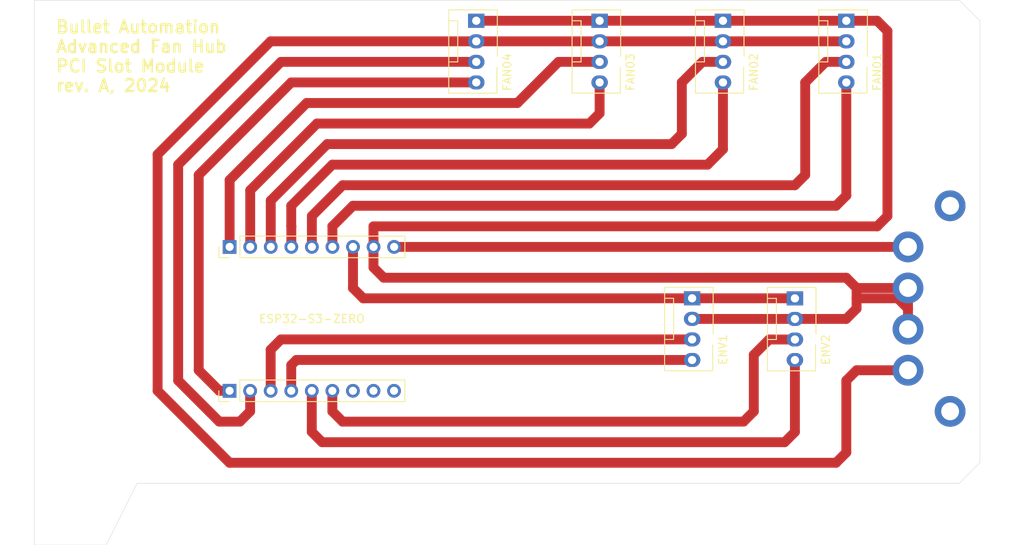
<source format=kicad_pcb>
(kicad_pcb (version 20240108) (generator "pcbnew") (generator_version "8.0")
  (layers (0 "F.Cu" signal) (31 "B.Cu" signal) (34 "B.Paste" user) (35 "F.Paste" user) (36 "B.SilkS" user "B.Silkscreen") (37 "F.SilkS" user "F.Silkscreen") (38 "B.Mask" user) (39 "F.Mask" user) (44 "Edge.Cuts" user))
  (net 0 "")
  (net 1 "GND")
  (net 2 "5V")
  (net 3 "12V")
  (net 4 "PWM1")
  (net 5 "PWM2")
  (net 6 "PWM3")
  (net 7 "PWM4")
  (net 8 "TACHO1")
  (net 9 "TACHO2")
  (net 10 "TACHO3")
  (net 11 "TACHO4")
  (net 12 "3V3")
  (net 13 "SCL_1")
  (net 14 "SDA_1")
  (net 15 "SCL_2")
  (net 16 "SDA_2")
  (footprint "Connector_PinHeader_2.54mm:PinHeader_1x09_P2.54mm_Vertical" (layer "F.Cu") (at 113.04 90.17 90)
    (property "Reference" "ESP32_A" (hide yes))
    (property "Value" "HA")
    (fp_line (start -1.33 -1.33) (end 0 -1.33) (stroke (width 0.12)) (layer "F.SilkS"))
    (fp_line (start -1.33 0) (end -1.33 -1.33) (stroke (width 0.12)) (layer "F.SilkS"))
    (fp_line (start 1.33 1.27) (end 1.33 21.65) (stroke (width 0.12)) (layer "F.SilkS"))
    (fp_line (start -1.33 1.27) (end 1.33 1.27) (stroke (width 0.12)) (layer "F.SilkS"))
    (fp_line (start -1.33 1.27) (end -1.33 21.65) (stroke (width 0.12)) (layer "F.SilkS"))
    (fp_line (start -1.33 21.65) (end 1.33 21.65) (stroke (width 0.12)) (layer "F.SilkS"))
    (pad "1" thru_hole oval (at 0 12.7 90) (size 1.7 1.7) (drill 1) (layers "*.Cu" "*.Mask") (net 4 "PWM1"))
    (pad "2" thru_hole oval (at 0 10.16 90) (size 1.7 1.7) (drill 1) (layers "*.Cu" "*.Mask") (net 8 "TACHO1"))
    (pad "3" thru_hole oval (at 0 7.62 90) (size 1.7 1.7) (drill 1) (layers "*.Cu" "*.Mask") (net 5 "PWM2"))
    (pad "3V3" thru_hole oval (at 0 15.24 90) (size 1.7 1.7) (drill 1) (layers "*.Cu" "*.Mask") (net 12 "3V3"))
    (pad "4" thru_hole oval (at 0 5.08 90) (size 1.7 1.7) (drill 1) (layers "*.Cu" "*.Mask") (net 9 "TACHO2"))
    (pad "5" thru_hole oval (at 0 2.54 90) (size 1.7 1.7) (drill 1) (layers "*.Cu" "*.Mask") (net 6 "PWM3"))
    (pad "5V" thru_hole oval (at 0 20.32 90) (size 1.7 1.7) (drill 1) (layers "*.Cu" "*.Mask") (net 2 "5V"))
    (pad "6" thru_hole rect (at 0 0 90) (size 1.7 1.7) (drill 1) (layers "*.Cu" "*.Mask") (net 10 "TACHO3"))
    (pad "GND" thru_hole oval (at 0 17.78 90) (size 1.7 1.7) (drill 1) (layers "*.Cu" "*.Mask") (net 1 "GND"))
  )
  (footprint "" (layer "F.Cu") (at 196.85 105.41)
    (property "Reference" "" (at 0 0 0) (layer "F.SilkS") (effects (font (size 1.27 1.27))))
    (property "Value" "")
    (pad "1" thru_hole circle (at 0 0) (size 3.8 3.8) (drill 2.2) (layers "*.Cu" "*.Mask") (net 3 "12V"))
  )
  (footprint "Connector:FanPinHeader_1x04_P2.54mm_Vertical" (layer "F.Cu") (at 158.75 62.23 -90)
    (property "Reference" "FAN03" (hide yes))
    (property "Value" "FAN_H3")
    (fp_line (start -1.35 3.4) (end -1.35 -2.6) (stroke (width 0.12)) (layer "F.SilkS"))
    (fp_line (start 8.95 3.4) (end -1.35 3.4) (stroke (width 0.12)) (layer "F.SilkS"))
    (fp_line (start 0 3.3) (end 0 2.29) (stroke (width 0.12)) (layer "F.SilkS"))
    (fp_line (start 0 2.29) (end 5.08 2.29) (stroke (width 0.12)) (layer "F.SilkS"))
    (fp_line (start 5.08 2.29) (end 5.08 3.3) (stroke (width 0.12)) (layer "F.SilkS"))
    (fp_line (start 5.75 -2.55) (end 8.95 -2.55) (stroke (width 0.12)) (layer "F.SilkS"))
    (fp_line (start 8.95 -2.55) (end 8.95 3.4) (stroke (width 0.12)) (layer "F.SilkS"))
    (fp_line (start -1.35 -2.6) (end 4.4 -2.6) (stroke (width 0.12)) (layer "F.SilkS"))
    (pad "1" thru_hole rect (at 0 0) (size 2.03 1.73) (drill 1.02) (layers "*.Cu" "*.Mask") (net 1 "GND"))
    (pad "2" thru_hole oval (at 2.54 0) (size 2.03 1.73) (drill 1.02) (layers "*.Cu" "*.Mask") (net 3 "12V"))
    (pad "3" thru_hole oval (at 5.08 0) (size 2.03 1.73) (drill 1.02) (layers "*.Cu" "*.Mask") (net 10 "TACHO3"))
    (pad "4" thru_hole oval (at 7.62 0) (size 2.03 1.73) (drill 1.02) (layers "*.Cu" "*.Mask") (net 6 "PWM3"))
  )
  (footprint "" (layer "F.Cu") (at 202.057 110.49)
    (property "Reference" "" (at 0 0 0) (layer "F.SilkS") (effects (font (size 1.27 1.27))))
    (property "Value" "")
    (pad "MNT" thru_hole circle (at 0 0) (size 3.8 3.8) (drill 2.2) (layers "*.Cu" "*.Mask"))
  )
  (footprint "" (layer "F.Cu") (at 92.71 121.92)
    (property "Reference" "" (at 0 -2.54 0) (layer "F.SilkS") (effects (font (size 1.27 1.27))))
    (property "Value" "")
    (pad "" np_thru_hole circle (at 0 0) (size 2.5 2.5) (drill 2.5) (layers "*.Cu" "*.Mask"))
  )
  (footprint "Connector_PinHeader_2.54mm:PinHeader_1x09_P2.54mm_Vertical" (layer "F.Cu") (at 113.03 107.95 90)
    (property "Reference" "ESP32_B" (hide yes))
    (property "Value" "HB")
    (fp_line (start -1.33 -1.33) (end 0 -1.33) (stroke (width 0.12)) (layer "F.SilkS"))
    (fp_line (start -1.33 0) (end -1.33 -1.33) (stroke (width 0.12)) (layer "F.SilkS"))
    (fp_line (start 1.33 1.27) (end 1.33 21.65) (stroke (width 0.12)) (layer "F.SilkS"))
    (fp_line (start -1.33 1.27) (end 1.33 1.27) (stroke (width 0.12)) (layer "F.SilkS"))
    (fp_line (start -1.33 1.27) (end -1.33 21.65) (stroke (width 0.12)) (layer "F.SilkS"))
    (fp_line (start -1.33 21.65) (end 1.33 21.65) (stroke (width 0.12)) (layer "F.SilkS"))
    (pad "7" thru_hole rect (at 0 0 90) (size 1.7 1.7) (drill 1) (layers "*.Cu" "*.Mask") (net 7 "PWM4"))
    (pad "8" thru_hole oval (at 0 2.54 90) (size 1.7 1.7) (drill 1) (layers "*.Cu" "*.Mask") (net 11 "TACHO4"))
    (pad "9" thru_hole oval (at 0 5.08 90) (size 1.7 1.7) (drill 1) (layers "*.Cu" "*.Mask") (net 13 "SCL_1"))
    (pad "10" thru_hole oval (at 0 7.62 90) (size 1.7 1.7) (drill 1) (layers "*.Cu" "*.Mask") (net 14 "SDA_1"))
    (pad "11" thru_hole oval (at 0 10.16 90) (size 1.7 1.7) (drill 1) (layers "*.Cu" "*.Mask") (net 16 "SDA_2"))
    (pad "12" thru_hole oval (at 0 12.7 90) (size 1.7 1.7) (drill 1) (layers "*.Cu" "*.Mask") (net 15 "SCL_2"))
    (pad "13" thru_hole oval (at 0 15.24 90) (size 1.7 1.7) (drill 1) (layers "*.Cu" "*.Mask"))
    (pad "RX" thru_hole oval (at 0 17.78 90) (size 1.7 1.7) (drill 1) (layers "*.Cu" "*.Mask"))
    (pad "TX" thru_hole oval (at 0 20.32 90) (size 1.7 1.7) (drill 1) (layers "*.Cu" "*.Mask"))
  )
  (footprint "" (layer "F.Cu") (at 196.85 90.17)
    (property "Reference" "" (at 0 0 0) (layer "F.SilkS") (effects (font (size 1.27 1.27))))
    (property "Value" "")
    (pad "4" thru_hole circle (at 0 0) (size 3.8 3.8) (drill 2.2) (layers "*.Cu" "*.Mask") (net 2 "5V"))
  )
  (footprint "" (layer "F.Cu") (at 202.057 85.09)
    (property "Reference" "" (at 0 0 0) (layer "F.SilkS") (effects (font (size 1.27 1.27))))
    (property "Value" "")
    (pad "MNT" thru_hole circle (at 0 0) (size 3.8 3.8) (drill 2.2) (layers "*.Cu" "*.Mask"))
  )
  (footprint "MountingHole:MountingHole_2.2mm_M2_DIN965_Pad" (layer "F.Cu") (at 196.85 100.33)
    (property "Reference" "ATX2" (hide yes))
    (property "Value" "MountingHole_2.2mm_M2_DIN965_Pad")
    (pad "2" thru_hole circle (at 0 0) (size 3.8 3.8) (drill 2.2) (layers "*.Cu" "*.Mask") (net 1 "GND"))
  )
  (footprint "Connector:FanPinHeader_1x04_P2.54mm_Vertical" (layer "F.Cu") (at 173.99 62.23 -90)
    (property "Reference" "FAN02" (hide yes))
    (property "Value" "FAN_H2")
    (fp_line (start -1.35 3.4) (end -1.35 -2.6) (stroke (width 0.12)) (layer "F.SilkS"))
    (fp_line (start 8.95 3.4) (end -1.35 3.4) (stroke (width 0.12)) (layer "F.SilkS"))
    (fp_line (start 0 3.3) (end 0 2.29) (stroke (width 0.12)) (layer "F.SilkS"))
    (fp_line (start 0 2.29) (end 5.08 2.29) (stroke (width 0.12)) (layer "F.SilkS"))
    (fp_line (start 5.08 2.29) (end 5.08 3.3) (stroke (width 0.12)) (layer "F.SilkS"))
    (fp_line (start 5.75 -2.55) (end 8.95 -2.55) (stroke (width 0.12)) (layer "F.SilkS"))
    (fp_line (start 8.95 -2.55) (end 8.95 3.4) (stroke (width 0.12)) (layer "F.SilkS"))
    (fp_line (start -1.35 -2.6) (end 4.4 -2.6) (stroke (width 0.12)) (layer "F.SilkS"))
    (pad "1" thru_hole rect (at 0 0) (size 2.03 1.73) (drill 1.02) (layers "*.Cu" "*.Mask") (net 1 "GND"))
    (pad "2" thru_hole oval (at 2.54 0) (size 2.03 1.73) (drill 1.02) (layers "*.Cu" "*.Mask") (net 3 "12V"))
    (pad "3" thru_hole oval (at 5.08 0) (size 2.03 1.73) (drill 1.02) (layers "*.Cu" "*.Mask") (net 9 "TACHO2"))
    (pad "4" thru_hole oval (at 7.62 0) (size 2.03 1.73) (drill 1.02) (layers "*.Cu" "*.Mask") (net 5 "PWM2"))
  )
  (footprint "MountingHole:MountingHole_2.2mm_M2_DIN965_Pad" (layer "F.Cu") (at 196.85 95.25)
    (property "Reference" "ATX3" (hide yes))
    (property "Value" "MountingHole_2.2mm_M2_DIN965_Pad")
    (pad "3" thru_hole circle (at 0 0) (size 3.8 3.8) (drill 2.2) (layers "*.Cu" "*.Mask") (net 1 "GND"))
  )
  (footprint "Connector:FanPinHeader_1x04_P2.54mm_Vertical" (layer "F.Cu") (at 170.18 96.52 -90)
    (property "Reference" "ENV1" (at 6.35 -3.81 90) (layer "F.SilkS"))
    (property "Value" "FAN_H4")
    (fp_line (start -1.35 3.4) (end -1.35 -2.6) (stroke (width 0.12)) (layer "F.SilkS"))
    (fp_line (start 8.95 3.4) (end -1.35 3.4) (stroke (width 0.12)) (layer "F.SilkS"))
    (fp_line (start 0 3.3) (end 0 2.29) (stroke (width 0.12)) (layer "F.SilkS"))
    (fp_line (start 0 2.29) (end 5.08 2.29) (stroke (width 0.12)) (layer "F.SilkS"))
    (fp_line (start 5.08 2.29) (end 5.08 3.3) (stroke (width 0.12)) (layer "F.SilkS"))
    (fp_line (start 5.75 -2.55) (end 8.95 -2.55) (stroke (width 0.12)) (layer "F.SilkS"))
    (fp_line (start 8.95 -2.55) (end 8.95 3.4) (stroke (width 0.12)) (layer "F.SilkS"))
    (fp_line (start -1.35 -2.6) (end 4.4 -2.6) (stroke (width 0.12)) (layer "F.SilkS"))
    (pad "1" thru_hole rect (at 0 0) (size 2.03 1.73) (drill 1.02) (layers "*.Cu" "*.Mask") (net 12 "3V3"))
    (pad "2" thru_hole oval (at 2.54 0) (size 2.03 1.73) (drill 1.02) (layers "*.Cu" "*.Mask") (net 1 "GND"))
    (pad "3" thru_hole oval (at 5.08 0) (size 2.03 1.73) (drill 1.02) (layers "*.Cu" "*.Mask") (net 13 "SCL_1"))
    (pad "4" thru_hole oval (at 7.62 0) (size 2.03 1.73) (drill 1.02) (layers "*.Cu" "*.Mask") (net 14 "SDA_1"))
  )
  (footprint "Connector:FanPinHeader_1x04_P2.54mm_Vertical" (layer "F.Cu") (at 182.88 96.53 -90)
    (property "Reference" "ENV2" (at 6.34 -3.81 90) (layer "F.SilkS"))
    (property "Value" "FAN_H4")
    (fp_line (start -1.35 3.4) (end -1.35 -2.6) (stroke (width 0.12)) (layer "F.SilkS"))
    (fp_line (start 8.95 3.4) (end -1.35 3.4) (stroke (width 0.12)) (layer "F.SilkS"))
    (fp_line (start 0 3.3) (end 0 2.29) (stroke (width 0.12)) (layer "F.SilkS"))
    (fp_line (start 0 2.29) (end 5.08 2.29) (stroke (width 0.12)) (layer "F.SilkS"))
    (fp_line (start 5.08 2.29) (end 5.08 3.3) (stroke (width 0.12)) (layer "F.SilkS"))
    (fp_line (start 5.75 -2.55) (end 8.95 -2.55) (stroke (width 0.12)) (layer "F.SilkS"))
    (fp_line (start 8.95 -2.55) (end 8.95 3.4) (stroke (width 0.12)) (layer "F.SilkS"))
    (fp_line (start -1.35 -2.6) (end 4.4 -2.6) (stroke (width 0.12)) (layer "F.SilkS"))
    (pad "1" thru_hole rect (at 0 0) (size 2.03 1.73) (drill 1.02) (layers "*.Cu" "*.Mask") (net 12 "3V3"))
    (pad "2" thru_hole oval (at 2.54 0) (size 2.03 1.73) (drill 1.02) (layers "*.Cu" "*.Mask") (net 1 "GND"))
    (pad "3" thru_hole oval (at 5.08 0) (size 2.03 1.73) (drill 1.02) (layers "*.Cu" "*.Mask") (net 15 "SCL_2"))
    (pad "4" thru_hole oval (at 7.62 0) (size 2.03 1.73) (drill 1.02) (layers "*.Cu" "*.Mask") (net 16 "SDA_2"))
  )
  (footprint "Connector:FanPinHeader_1x04_P2.54mm_Vertical" (layer "F.Cu") (at 143.51 62.23 -90)
    (property "Reference" "FAN04" (hide yes))
    (property "Value" "FAN_H4")
    (fp_line (start -1.35 3.4) (end -1.35 -2.6) (stroke (width 0.12)) (layer "F.SilkS"))
    (fp_line (start 8.95 3.4) (end -1.35 3.4) (stroke (width 0.12)) (layer "F.SilkS"))
    (fp_line (start 0 3.3) (end 0 2.29) (stroke (width 0.12)) (layer "F.SilkS"))
    (fp_line (start 0 2.29) (end 5.08 2.29) (stroke (width 0.12)) (layer "F.SilkS"))
    (fp_line (start 5.08 2.29) (end 5.08 3.3) (stroke (width 0.12)) (layer "F.SilkS"))
    (fp_line (start 5.75 -2.55) (end 8.95 -2.55) (stroke (width 0.12)) (layer "F.SilkS"))
    (fp_line (start 8.95 -2.55) (end 8.95 3.4) (stroke (width 0.12)) (layer "F.SilkS"))
    (fp_line (start -1.35 -2.6) (end 4.4 -2.6) (stroke (width 0.12)) (layer "F.SilkS"))
    (pad "1" thru_hole rect (at 0 0) (size 2.03 1.73) (drill 1.02) (layers "*.Cu" "*.Mask") (net 1 "GND"))
    (pad "2" thru_hole oval (at 2.54 0) (size 2.03 1.73) (drill 1.02) (layers "*.Cu" "*.Mask") (net 3 "12V"))
    (pad "3" thru_hole oval (at 5.08 0) (size 2.03 1.73) (drill 1.02) (layers "*.Cu" "*.Mask") (net 11 "TACHO4"))
    (pad "4" thru_hole oval (at 7.62 0) (size 2.03 1.73) (drill 1.02) (layers "*.Cu" "*.Mask") (net 7 "PWM4"))
  )
  (footprint "Connector:FanPinHeader_1x04_P2.54mm_Vertical" (layer "F.Cu") (at 189.23 62.23 -90)
    (property "Reference" "FAN01" (hide yes))
    (property "Value" "FAN_H1")
    (fp_line (start -1.35 3.4) (end -1.35 -2.6) (stroke (width 0.12)) (layer "F.SilkS"))
    (fp_line (start 8.95 3.4) (end -1.35 3.4) (stroke (width 0.12)) (layer "F.SilkS"))
    (fp_line (start 0 3.3) (end 0 2.29) (stroke (width 0.12)) (layer "F.SilkS"))
    (fp_line (start 0 2.29) (end 5.08 2.29) (stroke (width 0.12)) (layer "F.SilkS"))
    (fp_line (start 5.08 2.29) (end 5.08 3.3) (stroke (width 0.12)) (layer "F.SilkS"))
    (fp_line (start 5.75 -2.55) (end 8.95 -2.55) (stroke (width 0.12)) (layer "F.SilkS"))
    (fp_line (start 8.95 -2.55) (end 8.95 3.4) (stroke (width 0.12)) (layer "F.SilkS"))
    (fp_line (start -1.35 -2.6) (end 4.4 -2.6) (stroke (width 0.12)) (layer "F.SilkS"))
    (pad "1" thru_hole rect (at 0 0) (size 2.03 1.73) (drill 1.02) (layers "*.Cu" "*.Mask") (net 1 "GND"))
    (pad "2" thru_hole oval (at 2.54 0) (size 2.03 1.73) (drill 1.02) (layers "*.Cu" "*.Mask") (net 3 "12V"))
    (pad "3" thru_hole oval (at 5.08 0) (size 2.03 1.73) (drill 1.02) (layers "*.Cu" "*.Mask") (net 8 "TACHO1"))
    (pad "4" thru_hole oval (at 7.62 0) (size 2.03 1.73) (drill 1.02) (layers "*.Cu" "*.Mask") (net 4 "PWM1"))
  )
  (footprint "MountingHole:MountingHole_2.5mm" (layer "F.Cu") (at 92.72 83.93)
    (property "Reference" "PCIe_MNT_TOP" (hide yes))
    (property "Value" "MountingHole_2.5mm")
    (pad "" np_thru_hole circle (at 0 0) (size 2.5 2.5) (drill 2.5) (layers "*.Cu" "*.Mask"))
  )
  (gr_line (start 203.2 59.69) (end 205.74 62.23) (stroke (width 0.05)) (layer "Edge.Cuts"))
  (gr_line (start 97.79 127) (end 88.9 127) (stroke (width 0.05)) (layer "Edge.Cuts"))
  (gr_line (start 101.6 119.38) (end 97.79 127) (stroke (width 0.05)) (layer "Edge.Cuts"))
  (gr_line (start 88.9 127) (end 88.9 59.69) (stroke (width 0.05)) (layer "Edge.Cuts"))
  (gr_line (start 205.74 116.84) (end 203.2 119.38) (stroke (width 0.05)) (layer "Edge.Cuts"))
  (gr_line (start 205.74 62.23) (end 205.74 116.84) (stroke (width 0.05)) (layer "Edge.Cuts"))
  (gr_line (start 203.2 119.38) (end 101.6 119.38) (stroke (width 0.05)) (layer "Edge.Cuts"))
  (gr_line (start 88.9 59.69) (end 203.2 59.69) (stroke (width 0.05)) (layer "Edge.Cuts"))
  (gr_text "FAN04" (at 147.32 68.58 90) (layer "F.SilkS") (effects (font (size 1 1))))
  (gr_text "ESP32-S3-ZERO" (at 123.19 99.06 0) (layer "F.SilkS") (effects (font (size 1 1))))
  (gr_text "FAN03" (at 162.56 68.58 90) (layer "F.SilkS") (effects (font (size 1 1))))
  (gr_text "Bullet Automation\nAdvanced Fan Hub\nPCI Slot Module\nrev. A, 2024" (at 91.44 71.12 0) (layer "F.SilkS") (effects (font (size 1.5 1.5) (thickness 0.3) (bold yes)) (justify left bottom)))
  (gr_text "FAN01" (at 193.04 68.58 90) (layer "F.SilkS") (effects (font (size 1 1))))
  (gr_text "FAN02" (at 177.8 68.58 90) (layer "F.SilkS") (effects (font (size 1 1))))
  (segment (start 173.99 62.23) (end 158.75 62.23) (width 1.22) (layer "F.Cu") (net 1))
  (segment (start 130.81 87.63) (end 193.04 87.63) (width 1.22) (layer "F.Cu") (net 1))
  (segment (start 158.75 62.23) (end 143.51 62.23) (width 1.22) (layer "F.Cu") (net 1))
  (segment (start 193.04 87.63) (end 194.31 86.36) (width 1.22) (layer "F.Cu") (net 1))
  (segment (start 130.82 88.91) (end 130.81 88.9) (width 1.22) (layer "F.Cu") (net 1))
  (segment (start 190.5 96.52) (end 190.5 95.25) (width 1.22) (layer "F.Cu") (net 1))
  (segment (start 189.23 93.98) (end 190.5 95.25) (width 1.22) (layer "F.Cu") (net 1))
  (segment (start 182.88 99.07) (end 189.22 99.07) (width 1.22) (layer "F.Cu") (net 1))
  (segment (start 189.22 99.07) (end 190.5 97.79) (width 1.22) (layer "F.Cu") (net 1))
  (segment (start 196.85 95.25) (end 190.5 95.25) (width 1.22) (layer "F.Cu") (net 1))
  (segment (start 190.5 96.52) (end 195.58 96.52) (width 1.22) (layer "F.Cu") (net 1))
  (segment (start 182.88 99.07) (end 170.19 99.07) (width 1.22) (layer "F.Cu") (net 1))
  (segment (start 130.82 90.17) (end 130.82 88.91) (width 1.22) (layer "F.Cu") (net 1))
  (segment (start 194.31 63.5) (end 193.04 62.23) (width 1.22) (layer "F.Cu") (net 1))
  (segment (start 195.58 96.52) (end 196.85 97.79) (width 1.22) (layer "F.Cu") (net 1))
  (segment (start 196.85 95.25) (end 196.85 97.79) (width 1.22) (layer "F.Cu") (net 1))
  (segment (start 130.81 92.71) (end 132.08 93.98) (width 1.22) (layer "F.Cu") (net 1))
  (segment (start 194.31 86.36) (end 194.31 63.5) (width 1.22) (layer "F.Cu") (net 1))
  (segment (start 130.81 88.9) (end 130.81 87.63) (width 1.22) (layer "F.Cu") (net 1))
  (segment (start 189.23 62.23) (end 173.99 62.23) (width 1.22) (layer "F.Cu") (net 1))
  (segment (start 190.5 97.79) (end 190.5 96.52) (width 1.22) (layer "F.Cu") (net 1))
  (segment (start 130.82 90.17) (end 130.81 90.18) (width 1.22) (layer "F.Cu") (net 1))
  (segment (start 132.08 93.98) (end 189.23 93.98) (width 1.22) (layer "F.Cu") (net 1))
  (segment (start 196.85 97.79) (end 196.85 100.33) (width 1.22) (layer "F.Cu") (net 1))
  (segment (start 193.04 62.23) (end 189.23 62.23) (width 1.22) (layer "F.Cu") (net 1))
  (segment (start 130.81 90.18) (end 130.81 92.71) (width 1.22) (layer "F.Cu") (net 1))
  (segment (start 170.19 99.07) (end 170.18 99.06) (width 1.22) (layer "F.Cu") (net 1))
  (segment (start 196.85 90.17) (end 133.36 90.17) (width 1.22) (layer "F.Cu") (net 2))
  (segment (start 158.75 64.77) (end 173.99 64.77) (width 1.22) (layer "F.Cu") (net 3))
  (segment (start 173.99 64.77) (end 189.23 64.77) (width 1.22) (layer "F.Cu") (net 3))
  (segment (start 187.96 116.84) (end 113.03 116.84) (width 1.22) (layer "F.Cu") (net 3))
  (segment (start 104.14 107.95) (end 104.14 78.74) (width 1.22) (layer "F.Cu") (net 3))
  (segment (start 118.11 64.77) (end 143.51 64.77) (width 1.22) (layer "F.Cu") (net 3))
  (segment (start 190.5 105.41) (end 189.23 106.68) (width 1.22) (layer "F.Cu") (net 3))
  (segment (start 196.85 105.41) (end 190.5 105.41) (width 1.22) (layer "F.Cu") (net 3))
  (segment (start 143.51 64.77) (end 158.75 64.77) (width 1.22) (layer "F.Cu") (net 3))
  (segment (start 104.14 78.74) (end 118.11 64.77) (width 1.22) (layer "F.Cu") (net 3))
  (segment (start 189.23 106.68) (end 189.23 115.57) (width 1.22) (layer "F.Cu") (net 3))
  (segment (start 189.23 115.57) (end 187.96 116.84) (width 1.22) (layer "F.Cu") (net 3))
  (segment (start 113.03 116.84) (end 104.14 107.95) (width 1.22) (layer "F.Cu") (net 3))
  (segment (start 187.96 85.09) (end 189.23 83.82) (width 1.22) (layer "F.Cu") (net 4))
  (segment (start 125.74 90.17) (end 125.74 87.64) (width 1.22) (layer "F.Cu") (net 4))
  (segment (start 128.27 85.09) (end 187.96 85.09) (width 1.22) (layer "F.Cu") (net 4))
  (segment (start 125.74 87.64) (end 125.73 87.63) (width 1.22) (layer "F.Cu") (net 4))
  (segment (start 125.73 87.63) (end 128.27 85.09) (width 1.22) (layer "F.Cu") (net 4))
  (segment (start 189.23 83.82) (end 189.23 69.85) (width 1.22) (layer "F.Cu") (net 4))
  (segment (start 173.99 78.105) (end 173.99 69.85) (width 1.22) (layer "F.Cu") (net 5))
  (segment (start 120.65 85.09) (end 125.73 80.01) (width 1.22) (layer "F.Cu") (net 5))
  (segment (start 120.66 90.17) (end 120.66 87.64) (width 1.22) (layer "F.Cu") (net 5))
  (segment (start 120.65 87.63) (end 120.65 85.09) (width 1.22) (layer "F.Cu") (net 5))
  (segment (start 125.73 80.01) (end 172.085 80.01) (width 1.22) (layer "F.Cu") (net 5))
  (segment (start 120.66 87.64) (end 120.65 87.63) (width 1.22) (layer "F.Cu") (net 5))
  (segment (start 172.085 80.01) (end 173.99 78.105) (width 1.22) (layer "F.Cu") (net 5))
  (segment (start 157.48 74.93) (end 123.825 74.93) (width 1.22) (layer "F.Cu") (net 6))
  (segment (start 158.75 73.66) (end 157.48 74.93) (width 1.22) (layer "F.Cu") (net 6))
  (segment (start 158.75 69.85) (end 158.75 73.66) (width 1.22) (layer "F.Cu") (net 6))
  (segment (start 115.58 83.175) (end 115.58 90.17) (width 1.22) (layer "F.Cu") (net 6))
  (segment (start 123.825 74.93) (end 115.58 83.175) (width 1.22) (layer "F.Cu") (net 6))
  (segment (start 120.65 69.85) (end 109.22 81.28) (width 1.22) (layer "F.Cu") (net 7))
  (segment (start 109.22 105.41) (end 111.76 107.95) (width 1.22) (layer "F.Cu") (net 7))
  (segment (start 109.22 81.28) (end 109.22 105.41) (width 1.22) (layer "F.Cu") (net 7))
  (segment (start 111.76 107.95) (end 113.03 107.95) (width 1.22) (layer "F.Cu") (net 7))
  (segment (start 143.51 69.85) (end 120.65 69.85) (width 1.22) (layer "F.Cu") (net 7))
  (segment (start 182.88 82.55) (end 184.15 81.28) (width 1.22) (layer "F.Cu") (net 8))
  (segment (start 184.15 81.28) (end 184.15 69.85) (width 1.22) (layer "F.Cu") (net 8))
  (segment (start 186.69 67.31) (end 189.23 67.31) (width 1.22) (layer "F.Cu") (net 8))
  (segment (start 123.2 90.17) (end 123.2 86.35) (width 1.22) (layer "F.Cu") (net 8))
  (segment (start 127 82.55) (end 182.88 82.55) (width 1.22) (layer "F.Cu") (net 8))
  (segment (start 184.15 69.85) (end 186.69 67.31) (width 1.22) (layer "F.Cu") (net 8))
  (segment (start 123.2 86.35) (end 127 82.55) (width 1.22) (layer "F.Cu") (net 8))
  (segment (start 171.45 67.31) (end 173.99 67.31) (width 1.22) (layer "F.Cu") (net 9))
  (segment (start 118.12 84.445) (end 125.095 77.47) (width 1.22) (layer "F.Cu") (net 9))
  (segment (start 167.64 77.47) (end 168.91 76.2) (width 1.22) (layer "F.Cu") (net 9))
  (segment (start 168.91 69.85) (end 171.45 67.31) (width 1.22) (layer "F.Cu") (net 9))
  (segment (start 118.12 90.17) (end 118.12 84.445) (width 1.22) (layer "F.Cu") (net 9))
  (segment (start 125.095 77.47) (end 167.64 77.47) (width 1.22) (layer "F.Cu") (net 9))
  (segment (start 168.91 76.2) (end 168.91 69.85) (width 1.22) (layer "F.Cu") (net 9))
  (segment (start 153.67 67.31) (end 158.75 67.31) (width 1.22) (layer "F.Cu") (net 10))
  (segment (start 122.555 72.39) (end 148.59 72.39) (width 1.22) (layer "F.Cu") (net 10))
  (segment (start 113.04 81.905) (end 122.555 72.39) (width 1.22) (layer "F.Cu") (net 10))
  (segment (start 148.59 72.39) (end 153.67 67.31) (width 1.22) (layer "F.Cu") (net 10))
  (segment (start 113.04 90.17) (end 113.04 81.905) (width 1.22) (layer "F.Cu") (net 10))
  (segment (start 115.57 110.49) (end 115.57 107.95) (width 1.22) (layer "F.Cu") (net 11))
  (segment (start 106.68 106.68) (end 111.76 111.76) (width 1.22) (layer "F.Cu") (net 11))
  (segment (start 106.68 80.01) (end 106.68 106.68) (width 1.22) (layer "F.Cu") (net 11))
  (segment (start 114.3 111.76) (end 115.57 110.49) (width 1.22) (layer "F.Cu") (net 11))
  (segment (start 143.51 67.31) (end 119.38 67.31) (width 1.22) (layer "F.Cu") (net 11))
  (segment (start 119.38 67.31) (end 106.68 80.01) (width 1.22) (layer "F.Cu") (net 11))
  (segment (start 111.76 111.76) (end 114.3 111.76) (width 1.22) (layer "F.Cu") (net 11))
  (segment (start 128.27 95.25) (end 128.28 95.24) (width 1.22) (layer "F.Cu") (net 12))
  (segment (start 170.18 96.52) (end 129.54 96.52) (width 1.22) (layer "F.Cu") (net 12))
  (segment (start 129.54 96.52) (end 128.27 95.25) (width 1.22) (layer "F.Cu") (net 12))
  (segment (start 128.28 95.24) (end 128.28 90.17) (width 1.22) (layer "F.Cu") (net 12))
  (segment (start 182.87 96.52) (end 182.88 96.53) (width 1.22) (layer "F.Cu") (net 12))
  (segment (start 170.18 96.52) (end 182.87 96.52) (width 1.22) (layer "F.Cu") (net 12))
  (segment (start 119.38 101.6) (end 170.18 101.6) (width 1.22) (layer "F.Cu") (net 13))
  (segment (start 118.11 102.87) (end 119.38 101.6) (width 1.22) (layer "F.Cu") (net 13))
  (segment (start 118.11 107.95) (end 118.11 102.87) (width 1.22) (layer "F.Cu") (net 13))
  (segment (start 120.65 104.775) (end 121.285 104.14) (width 1.22) (layer "F.Cu") (net 14))
  (segment (start 121.285 104.14) (end 170.18 104.14) (width 1.22) (layer "F.Cu") (net 14))
  (segment (start 120.65 107.95) (end 120.65 104.775) (width 1.22) (layer "F.Cu") (net 14))
  (segment (start 176.53 111.76) (end 127 111.76) (width 1.22) (layer "F.Cu") (net 15))
  (segment (start 125.73 110.49) (end 125.73 107.95) (width 1.22) (layer "F.Cu") (net 15))
  (segment (start 177.8 110.49) (end 176.53 111.76) (width 1.22) (layer "F.Cu") (net 15))
  (segment (start 127 111.76) (end 125.73 110.49) (width 1.22) (layer "F.Cu") (net 15))
  (segment (start 179.695 101.61) (end 177.8 103.505) (width 1.22) (layer "F.Cu") (net 15))
  (segment (start 182.88 101.61) (end 179.695 101.61) (width 1.22) (layer "F.Cu") (net 15))
  (segment (start 177.8 103.505) (end 177.8 110.49) (width 1.22) (layer "F.Cu") (net 15))
  (segment (start 182.88 113.03) (end 181.61 114.3) (width 1.22) (layer "F.Cu") (net 16))
  (segment (start 182.88 104.15) (end 182.88 113.03) (width 1.22) (layer "F.Cu") (net 16))
  (segment (start 181.61 114.3) (end 124.46 114.3) (width 1.22) (layer "F.Cu") (net 16))
  (segment (start 124.46 114.3) (end 123.19 113.03) (width 1.22) (layer "F.Cu") (net 16))
  (segment (start 123.19 113.03) (end 123.19 107.95) (width 1.22) (layer "F.Cu") (net 16))
)
</source>
